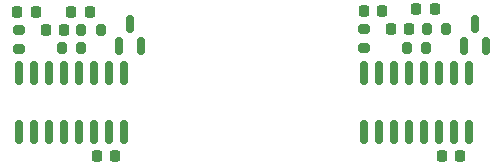
<source format=gtp>
G04 #@! TF.GenerationSoftware,KiCad,Pcbnew,(6.0.0)*
G04 #@! TF.CreationDate,2022-08-05T10:14:30-07:00*
G04 #@! TF.ProjectId,strain_guage,73747261-696e-45f6-9775-6167652e6b69,rev?*
G04 #@! TF.SameCoordinates,Original*
G04 #@! TF.FileFunction,Paste,Top*
G04 #@! TF.FilePolarity,Positive*
%FSLAX46Y46*%
G04 Gerber Fmt 4.6, Leading zero omitted, Abs format (unit mm)*
G04 Created by KiCad (PCBNEW (6.0.0)) date 2022-08-05 10:14:30*
%MOMM*%
%LPD*%
G01*
G04 APERTURE LIST*
G04 Aperture macros list*
%AMRoundRect*
0 Rectangle with rounded corners*
0 $1 Rounding radius*
0 $2 $3 $4 $5 $6 $7 $8 $9 X,Y pos of 4 corners*
0 Add a 4 corners polygon primitive as box body*
4,1,4,$2,$3,$4,$5,$6,$7,$8,$9,$2,$3,0*
0 Add four circle primitives for the rounded corners*
1,1,$1+$1,$2,$3*
1,1,$1+$1,$4,$5*
1,1,$1+$1,$6,$7*
1,1,$1+$1,$8,$9*
0 Add four rect primitives between the rounded corners*
20,1,$1+$1,$2,$3,$4,$5,0*
20,1,$1+$1,$4,$5,$6,$7,0*
20,1,$1+$1,$6,$7,$8,$9,0*
20,1,$1+$1,$8,$9,$2,$3,0*%
G04 Aperture macros list end*
%ADD10RoundRect,0.150000X-0.150000X0.825000X-0.150000X-0.825000X0.150000X-0.825000X0.150000X0.825000X0*%
%ADD11RoundRect,0.225000X0.225000X0.250000X-0.225000X0.250000X-0.225000X-0.250000X0.225000X-0.250000X0*%
%ADD12RoundRect,0.200000X-0.275000X0.200000X-0.275000X-0.200000X0.275000X-0.200000X0.275000X0.200000X0*%
%ADD13RoundRect,0.200000X0.200000X0.275000X-0.200000X0.275000X-0.200000X-0.275000X0.200000X-0.275000X0*%
%ADD14RoundRect,0.225000X-0.225000X-0.250000X0.225000X-0.250000X0.225000X0.250000X-0.225000X0.250000X0*%
%ADD15RoundRect,0.150000X0.150000X-0.587500X0.150000X0.587500X-0.150000X0.587500X-0.150000X-0.587500X0*%
G04 APERTURE END LIST*
D10*
X106426000Y-139130000D03*
X105156000Y-139130000D03*
X103886000Y-139130000D03*
X102616000Y-139130000D03*
X101346000Y-139130000D03*
X100076000Y-139130000D03*
X98806000Y-139130000D03*
X97536000Y-139130000D03*
X97536000Y-144080000D03*
X98806000Y-144080000D03*
X100076000Y-144080000D03*
X101346000Y-144080000D03*
X102616000Y-144080000D03*
X103886000Y-144080000D03*
X105156000Y-144080000D03*
X106426000Y-144080000D03*
D11*
X134887000Y-146177000D03*
X133337000Y-146177000D03*
D10*
X135636000Y-139130000D03*
X134366000Y-139130000D03*
X133096000Y-139130000D03*
X131826000Y-139130000D03*
X130556000Y-139130000D03*
X129286000Y-139130000D03*
X128016000Y-139130000D03*
X126746000Y-139130000D03*
X126746000Y-144080000D03*
X128016000Y-144080000D03*
X129286000Y-144080000D03*
X130556000Y-144080000D03*
X131826000Y-144080000D03*
X133096000Y-144080000D03*
X134366000Y-144080000D03*
X135636000Y-144080000D03*
D12*
X97536000Y-135446000D03*
X97536000Y-137096000D03*
D11*
X105677000Y-146177000D03*
X104127000Y-146177000D03*
D13*
X102806000Y-137033000D03*
X101156000Y-137033000D03*
D14*
X97396000Y-133985000D03*
X98946000Y-133985000D03*
D11*
X132728000Y-133731000D03*
X131178000Y-133731000D03*
D14*
X126720000Y-133858000D03*
X128270000Y-133858000D03*
D11*
X101359000Y-135509000D03*
X99809000Y-135509000D03*
X103518000Y-133985000D03*
X101968000Y-133985000D03*
D15*
X135194000Y-136827500D03*
X137094000Y-136827500D03*
X136144000Y-134952500D03*
D13*
X132016000Y-137033000D03*
X130366000Y-137033000D03*
D15*
X105984000Y-136827500D03*
X107884000Y-136827500D03*
X106934000Y-134952500D03*
D13*
X133730000Y-135382000D03*
X132080000Y-135382000D03*
X104457000Y-135509000D03*
X102807000Y-135509000D03*
D11*
X130569000Y-135382000D03*
X129019000Y-135382000D03*
D12*
X126746000Y-135383000D03*
X126746000Y-137033000D03*
M02*

</source>
